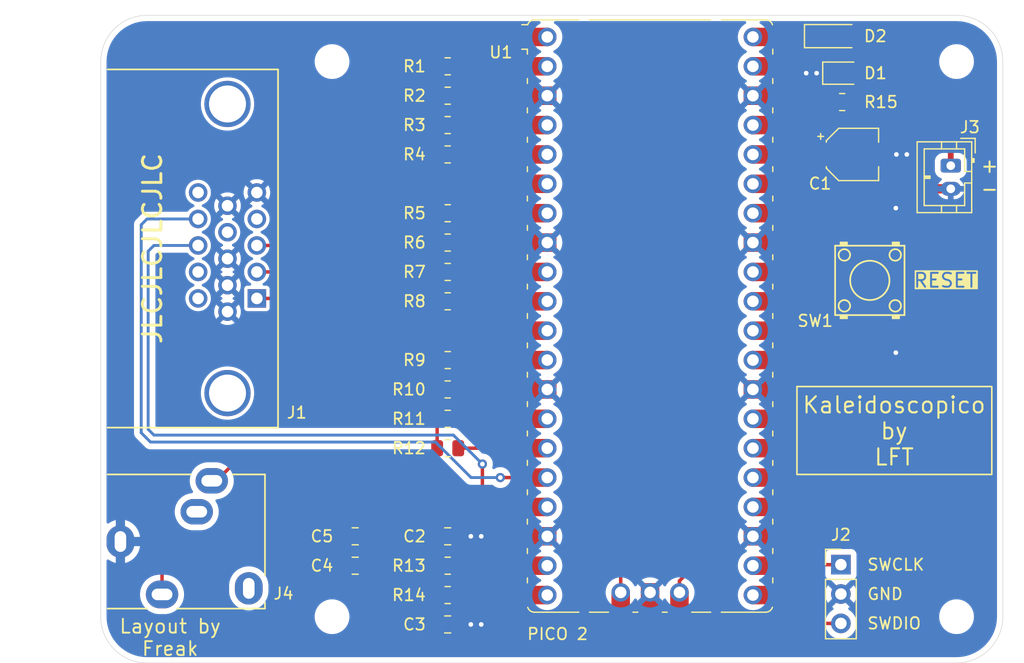
<source format=kicad_pcb>
(kicad_pcb (version 20241229) (generator "pcbnew") (generator_version "9.0")
  (title_block (title "Demoboard for LFT's Demo \"Kaleidoscopico\"") (date "2025-09-16") (rev "-"))
  (layers (0 "F.Cu" signal) (2 "B.Cu" signal) (13 "F.Paste" user) (15 "B.Paste" user) (5 "F.SilkS" user "F.Silkscreen") (7 "B.SilkS" user "B.Silkscreen") (1 "F.Mask" user) (3 "B.Mask" user) (25 "Edge.Cuts" user))
  (net 0 "")
  (net 1 "Net-(U1-GPIO0)")
  (net 2 "Net-(U1-GPIO1)")
  (net 3 "Net-(U1-GPIO2)")
  (net 4 "Net-(U1-GPIO3)")
  (net 5 "Net-(C2-Pad1)")
  (net 6 "Net-(U1-GPIO4)")
  (net 7 "Net-(U1-GPIO5)")
  (net 8 "Net-(U1-GPIO6)")
  (net 9 "Net-(U1-GPIO7)")
  (net 10 "Net-(U1-GPIO8)")
  (net 11 "Net-(U1-GPIO9)")
  (net 12 "Net-(U1-GPIO10)")
  (net 13 "Net-(U1-GPIO11)")
  (net 14 "GND")
  (net 15 "Net-(C3-Pad1)")
  (net 16 "Net-(C4-Pad2)")
  (net 17 "Net-(C5-Pad2)")
  (net 18 "Net-(D1-A)")
  (net 21 "Net-(U1-GPIO13)")
  (net 23 "Net-(J1-Pad2)")
  (net 24 "Net-(J1-Pad1)")
  (net 26 "Net-(U1-GPIO12)")
  (net 27 "Net-(J1-Pad3)")
  (net 29 "Net-(D2-A)")
  (net 30 "Net-(J2-Pin_1)")
  (net 31 "Net-(J2-Pin_3)")
  (net 32 "Net-(U1-GPIO14)")
  (net 33 "Net-(U1-GPIO15)")
  (net 34 "Net-(U1-3V3)")
  (net 43 "Net-(D2-K)")
  (net 47 "Net-(U1-RUN)")
  (footprint "Resistor_SMD:R_0805_2012Metric" (layer "F.Cu") (at 135 99.73 180)
    (property "Reference" "R8" (at 1.8 0 180) (layer "F.SilkS") (effects (justify right)))
    (property "Value" "500R")
    (pad "1" smd roundrect (at -0.9125 0 180) (size 1.025 1.4) (layers "F.Cu" "F.Mask" "F.Paste") (roundrect_rratio 0.243902) (net 9 "Net-(U1-GPIO7)"))
    (pad "2" smd roundrect (at 0.9125 0 180) (size 1.025 1.4) (layers "F.Cu" "F.Mask" "F.Paste") (roundrect_rratio 0.243902) (net 23 "Net-(J1-Pad2)"))
  )
  (footprint "Resistor_SMD:R_0805_2012Metric" (layer "F.Cu") (at 135 94.65 180)
    (property "Reference" "R6" (at 1.8 0 180) (layer "F.SilkS") (effects (justify right)))
    (property "Value" "2k")
    (pad "1" smd roundrect (at -0.9125 0 180) (size 1.025 1.4) (layers "F.Cu" "F.Mask" "F.Paste") (roundrect_rratio 0.243902) (net 7 "Net-(U1-GPIO5)"))
    (pad "2" smd roundrect (at 0.9125 0 180) (size 1.025 1.4) (layers "F.Cu" "F.Mask" "F.Paste") (roundrect_rratio 0.243902) (net 23 "Net-(J1-Pad2)"))
  )
  (footprint "Resistor_SMD:R_0805_2012Metric" (layer "F.Cu") (at 135 97.19 180)
    (property "Reference" "R7" (at 1.8 0 180) (layer "F.SilkS") (effects (justify right)))
    (property "Value" "1k")
    (pad "1" smd roundrect (at -0.9125 0 180) (size 1.025 1.4) (layers "F.Cu" "F.Mask" "F.Paste") (roundrect_rratio 0.243902) (net 8 "Net-(U1-GPIO6)"))
    (pad "2" smd roundrect (at 0.9125 0 180) (size 1.025 1.4) (layers "F.Cu" "F.Mask" "F.Paste") (roundrect_rratio 0.243902) (net 23 "Net-(J1-Pad2)"))
  )
  (footprint "TTB_MyLib:TTB_D_SOD-123" (layer "F.Cu") (at 168.3 76.8)
    (property "Reference" "D2" (at 2.6 0 0) (layer "F.SilkS") (effects (justify left)))
    (property "Value" "B5819W")
    (pad "1" smd rect (at -1.7 0) (size 1.1 1.3) (layers "F.Cu" "F.Mask" "F.Paste") (net 43 "Net-(D2-K)"))
    (pad "2" smd rect (at 1.7 0) (size 1.1 1.3) (layers "F.Cu" "F.Mask" "F.Paste") (net 29 "Net-(D2-A)"))
  )
  (footprint "TTB_MyLib:TTB_Audio" (layer "F.Cu") (at 112.1 120.5)
    (property "Reference" "J4" (at 7.75 4.5 0) (layer "F.SilkS") (effects (justify left)))
    (property "Value" "Audio Output")
    (pad "1" thru_hole oval (at -1.8 4.575) (size 2.8 2.4) (drill oval 1.8 1) (layers "*.Cu" "*.Mask") (net 17 "Net-(C5-Pad2)"))
    (pad "2" thru_hole oval (at 2.5 -5.25) (size 2.8 2.2) (drill oval 1.8 1) (layers "*.Cu" "*.Mask") (net 16 "Net-(C4-Pad2)"))
    (pad "3" thru_hole oval (at -5.4 0 90) (size 2.8 2.4) (drill oval 1.8 1) (layers "*.Cu" "*.Mask") (net 14 "GND") (thermal_bridge_width 0.8))
    (pad "4" thru_hole oval (at 5.7 4.05) (size 2.4 2.8) (drill oval 1 1.8) (layers "*.Cu" "*.Mask"))
    (pad "5" thru_hole oval (at 1.2 -2.575) (size 2.8 2.2) (drill oval 1.8 1) (layers "*.Cu" "*.Mask"))
  )
  (footprint "Resistor_SMD:R_0805_2012Metric" (layer "F.Cu") (at 135 109.89 180)
    (property "Reference" "R11" (at 1.8 0 180) (layer "F.SilkS") (effects (justify right)))
    (property "Value" "1k")
    (pad "1" smd roundrect (at -0.9125 0 180) (size 1.025 1.4) (layers "F.Cu" "F.Mask" "F.Paste") (roundrect_rratio 0.243902) (net 12 "Net-(U1-GPIO10)"))
    (pad "2" smd roundrect (at 0.9125 0 180) (size 1.025 1.4) (layers "F.Cu" "F.Mask" "F.Paste") (roundrect_rratio 0.243902) (net 24 "Net-(J1-Pad1)"))
  )
  (footprint "Capacitor_SMD:C_0805_2012Metric" (layer "F.Cu") (at 135 127.67)
    (property "Reference" "C3" (at -1.8 0 0) (layer "F.SilkS") (effects (justify right)))
    (property "Value" "10n")
    (pad "1" smd roundrect (at -0.95 0) (size 1 1.45) (layers "F.Cu" "F.Mask" "F.Paste") (net 15 "Net-(C3-Pad1)"))
    (pad "2" smd roundrect (at 0.95 0) (size 1 1.45) (layers "F.Cu" "F.Mask" "F.Paste") (net 14 "GND"))
  )
  (footprint "Resistor_SMD:R_0805_2012Metric" (layer "F.Cu") (at 135 81.95 180)
    (property "Reference" "R2" (at 1.8 0 180) (layer "F.SilkS") (effects (justify right)))
    (property "Value" "2k")
    (pad "1" smd roundrect (at -0.9125 0 180) (size 1.025 1.4) (layers "F.Cu" "F.Mask" "F.Paste") (roundrect_rratio 0.243902) (net 2 "Net-(U1-GPIO1)"))
    (pad "2" smd roundrect (at 0.9125 0 180) (size 1.025 1.4) (layers "F.Cu" "F.Mask" "F.Paste") (roundrect_rratio 0.243902) (net 27 "Net-(J1-Pad3)"))
  )
  (footprint "Capacitor_SMD:C_0805_2012Metric" (layer "F.Cu") (at 127 120.05 180)
    (property "Reference" "C5" (at 1.8 0 180) (layer "F.SilkS") (effects (justify right)))
    (property "Value" "100n")
    (pad "1" smd roundrect (at -0.95 0 180) (size 1 1.45) (layers "F.Cu" "F.Mask" "F.Paste") (net 5 "Net-(C2-Pad1)"))
    (pad "2" smd roundrect (at 0.95 0 180) (size 1 1.45) (layers "F.Cu" "F.Mask" "F.Paste") (net 17 "Net-(C5-Pad2)"))
  )
  (footprint "Capacitor_SMD:C_0805_2012Metric" (layer "F.Cu") (at 127 122.59 180)
    (property "Reference" "C4" (at 1.8 0 180) (layer "F.SilkS") (effects (justify right)))
    (property "Value" "100n")
    (pad "1" smd roundrect (at -0.95 0 180) (size 1 1.45) (layers "F.Cu" "F.Mask" "F.Paste") (net 15 "Net-(C3-Pad1)"))
    (pad "2" smd roundrect (at 0.95 0 180) (size 1 1.45) (layers "F.Cu" "F.Mask" "F.Paste") (net 16 "Net-(C4-Pad2)"))
  )
  (footprint "TTB_MyLib:TTB_PushbuttonSMD" (layer "F.Cu") (at 171.5 97.92 90)
    (property "Reference" "SW1" (at -3.5 -3.1 180) (layer "F.SilkS") (effects (justify right)))
    (property "Value" "Reset")
    (pad "1" smd rect (at -4.35 -2.25 90) (size 1.7 1.4) (layers "F.Cu" "F.Mask" "F.Paste") (net 47 "Net-(U1-RUN)"))
    (pad "1" smd rect (at 4.35 -2.25 90) (size 1.7 1.4) (layers "F.Cu" "F.Mask" "F.Paste") (net 47 "Net-(U1-RUN)"))
    (pad "2" smd rect (at -4.35 2.25 90) (size 1.7 1.4) (layers "F.Cu" "F.Mask" "F.Paste") (net 14 "GND"))
    (pad "2" smd rect (at 4.35 2.25 90) (size 1.7 1.4) (layers "F.Cu" "F.Mask" "F.Paste") (net 14 "GND"))
  )
  (footprint "Resistor_SMD:R_0805_2012Metric" (layer "F.Cu") (at 135 122.59 180)
    (property "Reference" "R13" (at 1.8 0 180) (layer "F.SilkS") (effects (justify right)))
    (property "Value" "1k")
    (pad "1" smd roundrect (at -0.9125 0 180) (size 1.025 1.4) (layers "F.Cu" "F.Mask" "F.Paste") (roundrect_rratio 0.243902) (net 32 "Net-(U1-GPIO14)"))
    (pad "2" smd roundrect (at 0.9125 0 180) (size 1.025 1.4) (layers "F.Cu" "F.Mask" "F.Paste") (roundrect_rratio 0.243902) (net 5 "Net-(C2-Pad1)"))
  )
  (footprint "MountingHole:MountingHole_2.5mm" (layer "F.Cu") (at 179 79)
    (property "Reference" "H2" (hide yes))
    (property "Value" "MountingHole" (hide yes))
    (pad "" np_thru_hole circle (at 0 0) (size 2.5 2.5) (drill 2.5) (layers "*.Cu" "*.Mask"))
  )
  (footprint "Resistor_SMD:R_0805_2012Metric" (layer "F.Cu") (at 169.1125 82.5)
    (property "Reference" "R15" (at 1.8 0 0) (layer "F.SilkS") (effects (justify left)))
    (property "Value" "2k")
    (pad "1" smd roundrect (at -0.9125 0) (size 1.025 1.4) (layers "F.Cu" "F.Mask" "F.Paste") (roundrect_rratio 0.243902) (net 34 "Net-(U1-3V3)"))
    (pad "2" smd roundrect (at 0.9125 0) (size 1.025 1.4) (layers "F.Cu" "F.Mask" "F.Paste") (roundrect_rratio 0.243902) (net 18 "Net-(D1-A)"))
  )
  (footprint "Resistor_SMD:R_0805_2012Metric" (layer "F.Cu") (at 135 84.49 180)
    (property "Reference" "R3" (at 1.8 0 180) (layer "F.SilkS") (effects (justify right)))
    (property "Value" "1k")
    (pad "1" smd roundrect (at -0.9125 0 180) (size 1.025 1.4) (layers "F.Cu" "F.Mask" "F.Paste") (roundrect_rratio 0.243902) (net 3 "Net-(U1-GPIO2)"))
    (pad "2" smd roundrect (at 0.9125 0 180) (size 1.025 1.4) (layers "F.Cu" "F.Mask" "F.Paste") (roundrect_rratio 0.243902) (net 27 "Net-(J1-Pad3)"))
  )
  (footprint "Resistor_SMD:R_0805_2012Metric" (layer "F.Cu") (at 135 92.11 180)
    (property "Reference" "R5" (at 1.8 0 180) (layer "F.SilkS") (effects (justify right)))
    (property "Value" "4k")
    (pad "1" smd roundrect (at -0.9125 0 180) (size 1.025 1.4) (layers "F.Cu" "F.Mask" "F.Paste") (roundrect_rratio 0.243902) (net 6 "Net-(U1-GPIO4)"))
    (pad "2" smd roundrect (at 0.9125 0 180) (size 1.025 1.4) (layers "F.Cu" "F.Mask" "F.Paste") (roundrect_rratio 0.243902) (net 23 "Net-(J1-Pad2)"))
  )
  (footprint "LED_SMD:LED_0805_2012Metric" (layer "F.Cu") (at 169.1125 80)
    (property "Reference" "D1" (at 1.8 0 0) (layer "F.SilkS") (effects (justify left)))
    (property "Value" "LED red")
    (pad "1" smd roundrect (at -0.9375 0) (size 0.975 1.4) (layers "F.Cu" "F.Mask" "F.Paste") (net 14 "GND"))
    (pad "2" smd roundrect (at 0.9375 0) (size 0.975 1.4) (layers "F.Cu" "F.Mask" "F.Paste") (net 18 "Net-(D1-A)"))
  )
  (footprint "Resistor_SMD:R_0805_2012Metric" (layer "F.Cu") (at 135 87.03 180)
    (property "Reference" "R4" (at 1.8 0 180) (layer "F.SilkS") (effects (justify right)))
    (property "Value" "500R")
    (pad "1" smd roundrect (at -0.9125 0 180) (size 1.025 1.4) (layers "F.Cu" "F.Mask" "F.Paste") (roundrect_rratio 0.243902) (net 4 "Net-(U1-GPIO3)"))
    (pad "2" smd roundrect (at 0.9125 0 180) (size 1.025 1.4) (layers "F.Cu" "F.Mask" "F.Paste") (roundrect_rratio 0.243902) (net 27 "Net-(J1-Pad3)"))
  )
  (footprint "Capacitor_SMD:C_0805_2012Metric" (layer "F.Cu") (at 135 120.05)
    (property "Reference" "C2" (at -1.8 0 0) (layer "F.SilkS") (effects (justify right)))
    (property "Value" "10n")
    (pad "1" smd roundrect (at -0.95 0) (size 1 1.45) (layers "F.Cu" "F.Mask" "F.Paste") (net 5 "Net-(C2-Pad1)"))
    (pad "2" smd roundrect (at 0.95 0) (size 1 1.45) (layers "F.Cu" "F.Mask" "F.Paste") (net 14 "GND"))
  )
  (footprint "Resistor_SMD:R_0805_2012Metric" (layer "F.Cu") (at 135 112.43 180)
    (property "Reference" "R12" (at 1.8 0 180) (layer "F.SilkS") (effects (justify right)))
    (property "Value" "500R")
    (pad "1" smd roundrect (at -0.9125 0 180) (size 1.025 1.4) (layers "F.Cu" "F.Mask" "F.Paste") (roundrect_rratio 0.243902) (net 13 "Net-(U1-GPIO11)"))
    (pad "2" smd roundrect (at 0.9125 0 180) (size 1.025 1.4) (layers "F.Cu" "F.Mask" "F.Paste") (roundrect_rratio 0.243902) (net 24 "Net-(J1-Pad1)"))
  )
  (footprint "MountingHole:MountingHole_2.5mm" (layer "F.Cu") (at 179 127)
    (property "Reference" "H4" (hide yes))
    (property "Value" "MountingHole" (hide yes))
    (pad "" np_thru_hole circle (at 0 0) (size 2.5 2.5) (drill 2.5) (layers "*.Cu" "*.Mask"))
  )
  (footprint "MountingHole:MountingHole_2.5mm" (layer "F.Cu") (at 125 79)
    (property "Reference" "H1" (hide yes))
    (property "Value" "MountingHole" (hide yes))
    (pad "" np_thru_hole circle (at 0 0) (size 2.5 2.5) (drill 2.5) (layers "*.Cu" "*.Mask"))
  )
  (footprint "MountingHole:MountingHole_2.5mm" (layer "F.Cu") (at 125 127)
    (property "Reference" "H3" (hide yes))
    (property "Value" "MountingHole" (hide yes))
    (pad "" np_thru_hole circle (at 0 0) (size 2.5 2.5) (drill 2.5) (layers "*.Cu" "*.Mask"))
  )
  (footprint "Connector_PinHeader_2.54mm:PinHeader_1x03_P2.54mm_Vertical" (layer "F.Cu") (at 169 122.5)
    (property "Reference" "J2" (at 0 -2 0) (layer "F.SilkS") (effects (justify bottom)))
    (property "Value" "Debug Connector")
    (pad "1" thru_hole rect (at 0 0) (size 1.7 1.7) (drill 1) (layers "*.Cu" "*.Mask") (net 30 "Net-(J2-Pin_1)"))
    (pad "2" thru_hole oval (at 0 2.54 45) (size 1.7 1.7) (drill 1) (layers "*.Cu" "*.Mask") (net 14 "GND"))
    (pad "3" thru_hole oval (at 0 5.08) (size 1.7 1.7) (drill 1) (layers "*.Cu" "*.Mask") (net 31 "Net-(J2-Pin_3)"))
  )
  (footprint "Connector_JST:JST_PH_B2B-PH-K_1x02_P2.00mm_Vertical" (layer "F.Cu") (at 178.5 88 -90)
    (property "Reference" "J3" (at -3.325 -1.65 0) (layer "F.SilkS"))
    (property "Value" "Power Connector")
    (pad "1" thru_hole roundrect (at 0 0 270) (size 1.2 1.75) (drill 0.75) (layers "*.Cu" "*.Mask") (roundrect_rratio 0.208333) (net 29 "Net-(D2-A)"))
    (pad "2" thru_hole oval (at 2 0 270) (size 1.2 1.75) (drill 0.75) (layers "*.Cu" "*.Mask") (net 14 "GND") (thermal_bridge_width 0.5) (thermal_gap 0.3))
  )
  (footprint "Resistor_SMD:R_0805_2012Metric" (layer "F.Cu") (at 135 104.81 180)
    (property "Reference" "R9" (at 1.8 0 180) (layer "F.SilkS") (effects (justify right)))
    (property "Value" "4k")
    (pad "1" smd roundrect (at -0.9125 0 180) (size 1.025 1.4) (layers "F.Cu" "F.Mask" "F.Paste") (roundrect_rratio 0.243902) (net 10 "Net-(U1-GPIO8)"))
    (pad "2" smd roundrect (at 0.9125 0 180) (size 1.025 1.4) (layers "F.Cu" "F.Mask" "F.Paste") (roundrect_rratio 0.243902) (net 24 "Net-(J1-Pad1)"))
  )
  (footprint "Capacitor_SMD:CP_Elec_4x5.4" (layer "F.Cu") (at 170 87.03)
    (property "Reference" "C1" (at -2.8 2.52 0) (layer "F.SilkS"))
    (property "Value" "10µ")
    (pad "1" smd roundrect (at -1.8 0) (size 2.6 1.6) (layers "F.Cu" "F.Mask" "F.Paste") (roundrect_rratio 0.15625) (net 34 "Net-(U1-3V3)"))
    (pad "2" smd roundrect (at 1.8 0) (size 2.6 1.6) (layers "F.Cu" "F.Mask" "F.Paste") (roundrect_rratio 0.15625) (net 14 "GND"))
  )
  (footprint "Connector_Dsub:DSUB-15-HD_Socket_Horizontal_P2.29x2.54mm_EdgePinOffset8.35mm_Housed_MountingHolesOffset10.89mm" (layer "F.Cu") (at 118.5 99.48 -90)
    (property "Reference" "J1" (at 9.87 -2.5 0) (layer "F.SilkS") (effects (justify left)))
    (property "Value" "Video Output (VGA)")
    (pad "0" thru_hole circle (at -16.815 2.54 270) (size 4 4) (drill 3.2) (layers "*.Cu" "*.Mask"))
    (pad "0" thru_hole circle (at 8.185 2.54 270) (size 4 4) (drill 3.2) (layers "*.Cu" "*.Mask"))
    (pad "1" thru_hole rect (at 0 0 270) (size 1.6 1.6) (drill 1) (layers "*.Cu" "*.Mask") (net 24 "Net-(J1-Pad1)"))
    (pad "2" thru_hole circle (at -2.29 0 270) (size 1.6 1.6) (drill 1) (layers "*.Cu" "*.Mask") (net 23 "Net-(J1-Pad2)"))
    (pad "3" thru_hole circle (at -4.58 0 270) (size 1.6 1.6) (drill 1) (layers "*.Cu" "*.Mask") (net 27 "Net-(J1-Pad3)"))
    (pad "4" thru_hole circle (at -6.87 0 270) (size 1.6 1.6) (drill 1) (layers "*.Cu" "*.Mask"))
    (pad "5" thru_hole circle (at -9.16 0 270) (size 1.6 1.6) (drill 1) (layers "*.Cu" "*.Mask") (net 14 "GND") (thermal_gap 0.35))
    (pad "6" thru_hole circle (at 1.145 2.54 270) (size 1.6 1.6) (drill 1) (layers "*.Cu" "*.Mask") (net 14 "GND") (thermal_gap 0.35))
    (pad "7" thru_hole circle (at -1.145 2.54 270) (size 1.6 1.6) (drill 1) (layers "*.Cu" "*.Mask") (net 14 "GND") (thermal_gap 0.35))
    (pad "8" thru_hole circle (at -3.435 2.54 270) (size 1.6 1.6) (drill 1) (layers "*.Cu" "*.Mask") (net 14 "GND") (thermal_gap 0.35))
    (pad "9" thru_hole circle (at -5.725 2.54 270) (size 1.6 1.6) (drill 1) (layers "*.Cu" "*.Mask"))
    (pad "10" thru_hole circle (at -8.015 2.54 270) (size 1.6 1.6) (drill 1) (layers "*.Cu" "*.Mask") (net 14 "GND") (thermal_gap 0.35))
    (pad "11" thru_hole circle (at 0 5.08 270) (size 1.6 1.6) (drill 1) (layers "*.Cu" "*.Mask"))
    (pad "12" thru_hole circle (at -2.29 5.08 270) (size 1.6 1.6) (drill 1) (layers "*.Cu" "*.Mask"))
    (pad "13" thru_hole circle (at -4.58 5.08 270) (size 1.6 1.6) (drill 1) (layers "*.Cu" "*.Mask") (net 21 "Net-(U1-GPIO13)"))
    (pad "14" thru_hole circle (at -6.87 5.08 270) (size 1.6 1.6) (drill 1) (layers "*.Cu" "*.Mask") (net 26 "Net-(U1-GPIO12)"))
    (pad "15" thru_hole circle (at -9.16 5.08 270) (size 1.6 1.6) (drill 1) (layers "*.Cu" "*.Mask"))
  )
  (footprint "Resistor_SMD:R_0805_2012Metric" (layer "F.Cu") (at 135 125.13 180)
    (property "Reference" "R14" (at 1.8 0 180) (layer "F.SilkS") (effects (justify right)))
    (property "Value" "1k")
    (pad "1" smd roundrect (at -0.9125 0 180) (size 1.025 1.4) (layers "F.Cu" "F.Mask" "F.Paste") (roundrect_rratio 0.243902) (net 33 "Net-(U1-GPIO15)"))
    (pad "2" smd roundrect (at 0.9125 0 180) (size 1.025 1.4) (layers "F.Cu" "F.Mask" "F.Paste") (roundrect_rratio 0.243902) (net 15 "Net-(C3-Pad1)"))
  )
  (footprint "Module:RaspberryPi_Pico_SMD" (layer "F.Cu") (at 152.5 101)
    (property "Reference" "U1" (at -11.8 -22.8 0) (layer "F.SilkS") (effects (justify right)))
    (property "Value" "Raspberry Pi Pico 2")
    (pad "" smd rect (at -8.89 -24.13) (size 3.8 2.2) (drill (offset -0.8 0)) (layers "Eco2.User"))
    (pad "" smd rect (at -8.89 -21.59) (size 3.8 2.2) (drill (offset -0.8 0)) (layers "Eco2.User"))
    (pad "" smd rect (at -8.89 -19.05) (size 3.8 2.2) (drill (offset -0.8 0)) (layers "Eco2.User"))
    (pad "" smd rect (at -8.89 -16.51) (size 3.8 2.2) (drill (offset -0.8 0)) (layers "Eco2.User"))
    (pad "" smd rect (at -8.89 -13.97) (size 3.8 2.2) (drill (offset -0.8 0)) (layers "Eco2.User"))
    (pad "" smd rect (at -8.89 -11.43) (size 3.8 2.2) (drill (offset -0.8 0)) (layers "Eco2.User"))
    (pad "" smd rect (at -8.89 -8.89) (size 3.8 2.2) (drill (offset -0.8 0)) (layers "Eco2.User"))
    (pad "" smd rect (at -8.89 -6.35) (size 3.8 2.2) (drill (offset -0.8 0)) (layers "Eco2.User"))
    (pad "" smd rect (at -8.89 -3.81) (size 3.8 2.2) (drill (offset -0.8 0)) (layers "Eco2.User"))
    (pad "" smd rect (at -8.89 -1.27) (size 3.8 2.2) (drill (offset -0.8 0)) (layers "Eco2.User"))
    (pad "" smd rect (at -8.89 1.27) (size 3.8 2.2) (drill (offset -0.8 0)) (layers "Eco2.User"))
    (pad "" smd rect (at -8.89 3.81) (size 3.8 2.2) (drill (offset -0.8 0)) (layers "Eco2.User"))
    (pad "" smd rect (at -8.89 6.35) (size 3.8 2.2) (drill (offset -0.8 0)) (layers "Eco2.User"))
    (pad "" smd rect (at -8.89 8.89) (size 3.8 2.2) (drill (offset -0.8 0)) (layers "Eco2.User"))
    (pad "" smd rect (at -8.89 11.43) (size 3.8 2.2) (drill (offset -0.8 0)) (layers "Eco2.User"))
    (pad "" smd rect (at -8.89 13.97) (size 3.8 2.2) (drill (offset -0.8 0)) (layers "Eco2.User"))
    (pad "" smd rect (at -8.89 16.51) (size 3.8 2.2) (drill (offset -0.8 0)) (layers "Eco2.User"))
    (pad "" smd rect (at -8.89 19.05) (size 3.8 2.2) (drill (offset -0.8 0)) (layers "Eco2.User"))
    (pad "" smd rect (at -8.89 21.59) (size 3.8 2.2) (drill (offset -0.8 0)) (layers "Eco2.User"))
    (pad "" smd rect (at -8.89 24.13) (size 3.8 2.2) (drill (offset -0.8 0)) (layers "Eco2.User"))
    (pad "" smd oval (at -2.725 -24) (size 1.1 1.8) (layers "F.Cu" "F.Mask" "Eco2.User"))
    (pad "" smd rect (at -2.54 23.9) (size 2.2 3.8) (drill (offset 0 0.8)) (layers "Eco2.User"))
    (pad "" smd oval (at -2.425 -20.97) (size 1.05 1.45) (layers "F.Cu" "F.Mask" "Eco2.User"))
    (pad "" smd rect (at 0 23.9) (size 2.2 3.8) (drill (offset 0 0.8)) (layers "Eco2.User"))
    (pad "" smd oval (at 2.425 -20.97) (size 1.05 1.45) (layers "F.Cu" "F.Mask" "Eco2.User"))
    (pad "" smd rect (at 2.54 23.9) (size 2.2 3.8) (drill (offset 0 0.8)) (layers "Eco2.User"))
    (pad "" smd oval (at 2.725 -24) (size 1.1 1.8) (layers "F.Cu" "F.Mask" "Eco2.User"))
    (pad "" smd rect (at 8.89 -24.13) (size 3.8 2.2) (drill (offset 0.8 0)) (layers "Eco2.User"))
    (pad "" smd rect (at 8.89 -21.59) (size 3.8 2.2) (drill (offset 0.8 0)) (layers "Eco2.User"))
    (pad "" smd rect (at 8.89 -19.05) (size 3.8 2.2) (drill (offset 0.8 0)) (layers "Eco2.User"))
    (pad "" smd rect (at 8.89 -16.51) (size 3.8 2.2) (drill (offset 0.8 0)) (layers "Eco2.User"))
    (pad "" smd rect (at 8.89 -13.97) (size 3.8 2.2) (drill (offset 0.8 0)) (layers "Eco2.User"))
    (pad "" smd rect (at 8.89 -11.43) (size 3.8 2.2) (drill (offset 0.8 0)) (layers "Eco2.User"))
    (pad "" smd rect (at 8.89 -8.89) (size 3.8 2.2) (drill (offset 0.8 0)) (layers "Eco2.User"))
    (pad "" smd rect (at 8.89 -6.35) (size 3.8 2.2) (drill (offset 0.8 0)) (layers "Eco2.User"))
    (pad "" smd rect (at 8.89 -3.81) (size 3.8 2.2) (drill (offset 0.8 0)) (layers "Eco2.User"))
    (pad "" smd rect (at 8.89 -1.27) (size 3.8 2.2) (drill (offset 0.8 0)) (layers "Eco2.User"))
    (pad "" smd rect (at 8.89 1.27) (size 3.8 2.2) (drill (offset 0.8 0)) (layers "Eco2.User"))
    (pad "" smd rect (at 8.89 3.81) (size 3.8 2.2) (drill (offset 0.8 0)) (layers "Eco2.User"))
    (pad "" smd rect (at 8.89 6.35) (size 3.8 2.2) (drill (offset 0.8 0)) (layers "Eco2.User"))
    (pad "" smd rect (at 8.89 8.89) (size 3.8 2.2) (drill (offset 0.8 0)) (layers "Eco2.User"))
    (pad "" smd rect (at 8.89 11.43) (size 3.8 2.2) (drill (offset 0.8 0)) (layers "Eco2.User"))
    (pad "" smd rect (at 8.89 13.97) (size 3.8 2.2) (drill (offset 0.8 0)) (layers "Eco2.User"))
    (pad "" smd rect (at 8.89 16.51) (size 3.8 2.2) (drill (offset 0.8 0)) (layers "Eco2.User"))
    (pad "" smd rect (at 8.89 19.05) (size 3.8 2.2) (drill (offset 0.8 0)) (layers "Eco2.User"))
    (pad "" smd rect (at 8.89 21.59) (size 3.8 2.2) (drill (offset 0.8 0)) (layers "Eco2.User"))
    (pad "" smd rect (at 8.89 24.13) (size 3.8 2.2) (drill (offset 0.8 0)) (layers "Eco2.User"))
    (pad "1" smd custom (at -9.69 -24.13) (size 1.6 0.8) (layers "F.Cu" "F.Mask") (net 1 "Net-(U1-GPIO0)") (options (clearance outline) (anchor rect)) (primitives (gr_circle (center 0.8 0) (end 1.6 0) (width 0) (fill yes)) (gr_poly (pts (xy -1.6 -0.6) (xy -1.6 0.6) (xy -1.4 0.8) (xy 0.8 0.8) (xy 0.8 -0.8) (xy -1.4 -0.8)) (width 0) (fill yes)) (gr_circle (center -1.4 -0.6) (end -1.2 -0.6) (width 0) (fill yes)) (gr_circle (center -1.4 0.6) (end -1.2 0.6) (width 0) (fill yes))))
    (pad "1" thru_hole circle (at -8.89 -24.13) (size 1.6 1.6) (drill 1) (layers "*.Cu" "*.Mask") (net 1 "Net-(U1-GPIO0)"))
    (pad "2" smd roundrect (at -9.69 -21.59) (size 3.2 1.6) (layers "F.Cu" "F.Mask") (roundrect_rratio 0.5) (net 2 "Net-(U1-GPIO1)"))
    (pad "2" thru_hole circle (at -8.89 -21.59) (size 1.6 1.6) (drill 1) (layers "*.Cu" "*.Mask") (net 2 "Net-(U1-GPIO1)"))
    (pad "3" smd custom (at -9.69 -19.05) (size 1.6 0.8) (layers "F.Cu" "F.Mask") (net 14 "GND") (options (clearance outline) (anchor rect)) (primitives (gr_circle (center -0.8 0) (end 0 0) (width 0) (fill yes)) (gr_poly (pts (xy 1.6 -0.6) (xy 1.6 0.6) (xy 1.4 0.8) (xy -0.8 0.8) (xy -0.8 -0.8) (xy 1.4 -0.8)) (width 0) (fill yes)) (gr_circle (center 1.4 -0.6) (end 1.6 -0.6) (width 0) (fill yes)) (gr_circle (center 1.4 0.6) (end 1.6 0.6) (width 0) (fill yes))))
    (pad "3" thru_hole circle (at -8.89 -19.05) (size 1.6 1.6) (drill 1) (layers "*.Cu" "*.Mask") (net 14 "GND"))
    (pad "4" smd roundrect (at -9.69 -16.51) (size 3.2 1.6) (layers "F.Cu" "F.Mask") (roundrect_rratio 0.5) (net 3 "Net-(U1-GPIO2)"))
    (pad "4" thru_hole circle (at -8.89 -16.51) (size 1.6 1.6) (drill 1) (layers "*.Cu" "*.Mask") (net 3 "Net-(U1-GPIO2)"))
    (pad "5" smd roundrect (at -9.69 -13.97) (size 3.2 1.6) (layers "F.Cu" "F.Mask") (roundrect_rratio 0.5) (net 4 "Net-(U1-GPIO3)"))
    (pad "5" thru_hole circle (at -8.89 -13.97) (size 1.6 1.6) (drill 1) (layers "*.Cu" "*.Mask") (net 4 "Net-(U1-GPIO3)"))
    (pad "6" smd roundrect (at -9.69 -11.43) (size 3.2 1.6) (layers "F.Cu" "F.Mask") (roundrect_rratio 0.5) (net 6 "Net-(U1-GPIO4)"))
    (pad "6" thru_hole circle (at -8.89 -11.43) (size 1.6 1.6) (drill 1) (layers "*.Cu" "*.Mask") (net 6 "Net-(U1-GPIO4)"))
    (pad "7" smd roundrect (at -9.69 -8.89) (size 3.2 1.6) (layers "F.Cu" "F.Mask") (roundrect_rratio 0.5) (net 7 "Net-(U1-GPIO5)"))
    (pad "7" thru_hole circle (at -8.89 -8.89) (size 1.6 1.6) (drill 1) (layers "*.Cu" "*.Mask") (net 7 "Net-(U1-GPIO5)"))
    (pad "8" smd custom (at -9.69 -6.35) (size 1.6 0.8) (layers "F.Cu" "F.Mask") (net 14 "GND") (options (clearance outline) (anchor rect)) (primitives (gr_circle (center -0.8 0) (end 0 0) (width 0) (fill yes)) (gr_poly (pts (xy 1.6 -0.6) (xy 1.6 0.6) (xy 1.4 0.8) (xy -0.8 0.8) (xy -0.8 -0.8) (xy 1.4 -0.8)) (width 0) (fill yes)) (gr_circle (center 1.4 -0.6) (end 1.6 -0.6) (width 0) (fill yes)) (gr_circle (center 1.4 0.6) (end 1.6 0.6) (width 0) (fill yes))))
    (pad "8" thru_hole circle (at -8.89 -6.35) (size 1.6 1.6) (drill 1) (layers "*.Cu" "*.Mask") (net 14 "GND"))
    (pad "9" smd roundrect (at -9.69 -3.81) (size 3.2 1.6) (layers "F.Cu" "F.Mask") (roundrect_rratio 0.5) (net 8 "Net-(U1-GPIO6)"))
    (pad "9" thru_hole circle (at -8.89 -3.81) (size 1.6 1.6) (drill 1) (layers "*.Cu" "*.Mask") (net 8 "Net-(U1-GPIO6)"))
    (pad "10" smd roundrect (at -9.69 -1.27) (size 3.2 1.6) (layers "F.Cu" "F.Mask") (roundrect_rratio 0.5) (net 9 "Net-(U1-GPIO7)"))
    (pad "10" thru_hole circle (at -8.89 -1.27) (size 1.6 1.6) (drill 1) (layers "*.Cu" "*.Mask") (net 9 "Net-(U1-GPIO7)"))
    (pad "11" smd roundrect (at -9.69 1.27) (size 3.2 1.6) (layers "F.Cu" "F.Mask") (roundrect_rratio 0.5) (net 10 "Net-(U1-GPIO8)"))
    (pad "11" thru_hole circle (at -8.89 1.27) (size 1.6 1.6) (drill 1) (layers "*.Cu" "*.Mask") (net 10 "Net-(U1-GPIO8)"))
    (pad "12" smd roundrect (at -9.69 3.81) (size 3.2 1.6) (layers "F.Cu" "F.Mask") (roundrect_rratio 0.5) (net 11 "Net-(U1-GPIO9)"))
    (pad "12" thru_hole circle (at -8.89 3.81) (size 1.6 1.6) (drill 1) (layers "*.Cu" "*.Mask") (net 11 "Net-(U1-GPIO9)"))
    (pad "13" smd custom (at -9.69 6.35) (size 1.6 0.8) (layers "F.Cu" "F.Mask") (net 14 "GND") (options (clearance outline) (anchor rect)) (primitives (gr_circle (center -0.8 0) (end 0 0) (width 0) (fill yes)) (gr_poly (pts (xy 1.6 -0.6) (xy 1.6 0.6) (xy 1.4 0.8) (xy -0.8 0.8) (xy -0.8 -0.8) (xy 1.4 -0.8)) (width 0) (fill yes)) (gr_circle (center 1.4 -0.6) (end 1.6 -0.6) (width 0) (fill yes)) (gr_circle (center 1.4 0.6) (end 1.6 0.6) (width 0) (fill yes))))
    (pad "13" thru_hole circle (at -8.89 6.35) (size 1.6 1.6) (drill 1) (layers "*.Cu" "*.Mask") (net 14 "GND"))
    (pad "14" smd roundrect (at -9.69 8.89) (size 3.2 1.6) (layers "F.Cu" "F.Mask") (roundrect_rratio 0.5) (net 12 "Net-(U1-GPIO10)"))
    (pad "14" thru_hole circle (at -8.89 8.89) (size 1.6 1.6) (drill 1) (layers "*.Cu" "*.Mask") (net 12 "Net-(U1-GPIO10)"))
    (pad "15" smd roundrect (at -9.69 11.43) (size 3.2 1.6) (layers "F.Cu" "F.Mask") (roundrect_rratio 0.5) (net 13 "Net-(U1-GPIO11)"))
    (pad "15" thru_hole circle (at -8.89 11.43) (size 1.6 1.6) (drill 1) (layers "*.Cu" "*.Mask") (net 13 "Net-(U1-GPIO11)"))
    (pad "16" smd roundrect (at -9.69 13.97) (size 3.2 1.6) (layers "F.Cu" "F.Mask") (roundrect_rratio 0.5) (net 26 "Net-(U1-GPIO12)"))
    (pad "16" thru_hole circle (at -8.89 13.97) (size 1.6 1.6) (drill 1) (layers "*.Cu" "*.Mask") (net 26 "Net-(U1-GPIO12)"))
    (pad "17" smd roundrect (at -9.69 16.51) (size 3.2 1.6) (layers "F.Cu" "F.Mask") (roundrect_rratio 0.5) (net 21 "Net-(U1-GPIO13)"))
    (pad "17" thru_hole circle (at -8.89 16.51) (size 1.6 1.6) (drill 1) (layers "*.Cu" "*.Mask") (net 21 "Net-(U1-GPIO13)"))
    (pad "18" smd custom (at -9.69 19.05) (size 1.6 0.8) (layers "F.Cu" "F.Mask") (net 14 "GND") (options (clearance outline) (anchor rect)) (primitives (gr_circle (center -0.8 0) (end 0 0) (width 0) (fill yes)) (gr_poly (pts (xy 1.6 -0.6) (xy 1.6 0.6) (xy 1.4 0.8) (xy -0.8 0.8) (xy -0.8 -0.8) (xy 1.4 -0.8)) (width 0) (fill yes)) (gr_circle (center 1.4 -0.6) (end 1.6 -0.6) (width 0) (fill yes)) (gr_circle (center 1.4 0.6) (end 1.6 0.6) (width 0) (fill yes))))
    (pad "18" thru_hole circle (at -8.89 19.05) (size 1.6 1.6) (drill 1) (layers "*.Cu" "*.Mask") (net 14 "GND"))
    (pad "19" smd roundrect (at -9.69 21.59) (size 3.2 1.6) (layers "F.Cu" "F.Mask") (roundrect_rratio 0.5) (net 32 "Net-(U1-GPIO14)"))
    (pad "19" thru_hole circle (at -8.89 21.59) (size 1.6 1.6) (drill 1) (layers "*.Cu" "*.Mask") (net 32 "Net-(U1-GPIO14)"))
    (pad "20" smd roundrect (at -9.69 24.13) (size 3.2 1.6) (layers "F.Cu" "F.Mask") (roundrect_rratio 0.5) (net 33 "Net-(U1-GPIO15)"))
    (pad "20" thru_hole circle (at -8.89 24.13) (size 1.6 1.6) (drill 1) (layers "*.Cu" "*.Mask") (net 33 "Net-(U1-GPIO15)"))
    (pad "21" thru_hole circle (at 8.89 24.13) (size 1.6 1.6) (drill 1) (layers "*.Cu" "*.Mask"))
    (pad "21" smd roundrect (at 9.69 24.13) (size 3.2 1.6) (layers "F.Cu" "F.Mask") (roundrect_rratio 0.5))
    (pad "22" thru_hole circle (at 8.89 21.59) (size 1.6 1.6) (drill 1) (layers "*.Cu" "*.Mask"))
    (pad "22" smd roundrect (at 9.69 21.59) (size 3.2 1.6) (layers "F.Cu" "F.Mask") (roundrect_rratio 0.5))
    (pad "23" thru_hole circle (at 8.89 19.05) (size 1.6 1.6) (drill 1) (layers "*.Cu" "*.Mask") (net 14 "GND"))
    (pad "23" smd custom (at 9.69 19.05) (size 1.6 0.8) (layers "F.Cu" "F.Mask") (net 14 "GND") (options (clearance outline) (anchor rect)) (primitives (gr_circle (center 0.8 0) (end 1.6 0) (width 0) (fill yes)) (gr_poly (pts (xy -1.6 -0.6) (xy -1.6 0.6) (xy -1.4 0.8) (xy 0.8 0.8) (xy 0.8 -0.8) (xy -1.4 -0.8)) (width 0) (fill yes)) (gr_circle (center -1.4 -0.6) (end -1.2 -0.6) (width 0) (fill yes)) (gr_circle (center -1.4 0.6) (end -1.2 0.6) (width 0) (fill yes))))
    (pad "24" thru_hole circle (at 8.89 16.51) (size 1.6 1.6) (drill 1) (layers "*.Cu" "*.Mask"))
    (pad "24" smd roundrect (at 9.69 16.51) (size 3.2 1.6) (layers "F.Cu" "F.Mask") (roundrect_rratio 0.5))
    (pad "25" thru_hole circle (at 8.89 13.97) (size 1.6 1.6) (drill 1) (layers "*.Cu" "*.Mask"))
    (pad "25" smd roundrect (at 9.69 13.97) (size 3.2 1.6) (layers "F.Cu" "F.Mask") (roundrect_rratio 0.5))
    (pad "26" thru_hole circle (at 8.89 11.43) (size 1.6 1.6) (drill 1) (layers "*.Cu" "*.Mask"))
    (pad "26" smd roundrect (at 9.69 11.43) (size 3.2 1.6) (layers "F.Cu" "F.Mask") (roundrect_rratio 0.5))
    (pad "27" thru_hole circle (at 8.89 8.89) (size 1.6 1.6) (drill 1) (layers "*.Cu" "*.Mask"))
    (pad "27" smd roundrect (at 9.69 8.89) (size 3.2 1.6) (layers "F.Cu" "F.Mask") (roundrect_rratio 0.5))
    (pad "28" thru_hole circle (at 8.89 6.35) (size 1.6 1.6) (drill 1) (layers "*.Cu" "*.Mask") (net 14 "GND"))
    (pad "28" smd custom (at 9.69 6.35) (size 1.6 0.8) (layers "F.Cu" "F.Mask") (net 14 "GND") (options (clearance outline) (anchor rect)) (primitives (gr_circle (center 0.8 0) (end 1.6 0) (width 0) (fill yes)) (gr_poly (pts (xy -1.6 -0.6) (xy -1.6 0.6) (xy -1.4 0.8) (xy 0.8 0.8) (xy 0.8 -0.8) (xy -1.4 -0.8)) (width 0) (fill yes)) (gr_circle (center -1.4 -0.6) (end -1.2 -0.6) (width 0) (fill yes)) (gr_circle (center -1.4 0.6) (end -1.2 0.6) (width 0) (fill yes))))
    (pad "29" thru_hole circle (at 8.89 3.81) (size 1.6 1.6) (drill 1) (layers "*.Cu" "*.Mask"))
    (pad "29" smd roundrect (at 9.69 3.81) (size 3.2 1.6) (layers "F.Cu" "F.Mask") (roundrect_rratio 0.5))
    (pad "30" thru_hole circle (at 8.89 1.27) (size 1.6 1.6) (drill 1) (layers "*.Cu" "*.Mask") (net 47 "Net-(U1-RUN)"))
    (pad "30" smd roundrect (at 9.69 1.27) (size 3.2 1.6) (layers "F.Cu" "F.Mask") (roundrect_rratio 0.5) (net 47 "Net-(U1-RUN)"))
    (pad "31" thru_hole circle (at 8.89 -1.27) (size 1.6 1.6) (drill 1) (layers "*.Cu" "*.Mask"))
    (pad "31" smd roundrect (at 9.69 -1.27) (size 3.2 1.6) (layers "F.Cu" "F.Mask") (roundrect_rratio 0.5))
    (pad "32" thru_hole circle (at 8.89 -3.81) (size 1.6 1.6) (drill 1) (layers "*.Cu" "*.Mask"))
    (pad "32" smd roundrect (at 9.69 -3.81) (size 3.2 1.6) (layers "F.Cu" "F.Mask") (roundrect_rratio 0.5))
    (pad "33" thru_hole circle (at 8.89 -6.35) (size 1.6 1.6) (drill 1) (layers "*.Cu" "*.Mask") (net 14 "GND"))
    (pad "33" smd custom (at 9.69 -6.35) (size 1.6 0.8) (layers "F.Cu" "F.Mask") (net 14 "GND") (options (clearance outline) (anchor rect)) (primitives (gr_circle (center 0.8 0) (end 1.6 0) (width 0) (fill yes)) (gr_poly (pts (xy -1.6 -0.6) (xy -1.6 0.6) (xy -1.4 0.8) (xy 0.8 0.8) (xy 0.8 -0.8) (xy -1.4 -0.8)) (width 0) (fill yes)) (gr_circle (center -1.4 -0.6) (end -1.2 -0.6) (width 0) (fill yes)) (gr_circle (center -1.4 0.6) (end -1.2 0.6) (width 0) (fill yes))))
    (pad "34" thru_hole circle (at 8.89 -8.89) (size 1.6 1.6) (drill 1) (layers "*.Cu" "*.Mask"))
    (pad "34" smd roundrect (at 9.69 -8.89) (size 3.2 1.6) (layers "F.Cu" "F.Mask") (roundrect_rratio 0.5))
    (pad "35" thru_hole circle (at 8.89 -11.43) (size 1.6 1.6) (drill 1) (layers "*.Cu" "*.Mask"))
    (pad "35" smd roundrect (at 9.69 -11.43) (size 3.2 1.6) (layers "F.Cu" "F.Mask") (roundrect_rratio 0.5))
    (pad "36" thru_hole circle (at 8.89 -13.97) (size 1.6 1.6) (drill 1) (layers "*.Cu" "*.Mask") (net 34 "Net-(U1-3V3)"))
    (pad "36" smd roundrect (at 9.69 -13.97) (size 3.2 1.6) (layers "F.Cu" "F.Mask") (roundrect_rratio 0.5) (net 34 "Net-(U1-3V3)"))
    (pad "37" thru_hole circle (at 8.89 -16.51) (size 1.6 1.6) (drill 1) (layers "*.Cu" "*.Mask"))
    (pad "37" smd roundrect (at 9.69 -16.51) (size 3.2 1.6) (layers "F.Cu" "F.Mask") (roundrect_rratio 0.5))
    (pad "38" thru_hole circle (at 8.89 -19.05) (size 1.6 1.6) (drill 1) (layers "*.Cu" "*.Mask") (net 14 "GND"))
    (pad "38" smd custom (at 9.69 -19.05) (size 1.6 0.8) (layers "F.Cu" "F.Mask") (net 14 "GND") (options (clearance outline) (anchor rect)) (primitives (gr_circle (center 0.8 0) (end 1.6 0) (width 0) (fill yes)) (gr_poly (pts (xy -1.6 -0.6) (xy -1.6 0.6) (xy -1.4 0.8) (xy 0.8 0.8) (xy 0.8 -0.8) (xy -1.4 -0.8)) (width 0) (fill yes)) (gr_circle (center -1.4 -0.6) (end -1.2 -0.6) (width 0) (fill yes)) (gr_circle (center -1.4 0.6) (end -1.2 0.6) (width 0) (fill yes))))
    (pad "39" thru_hole circle (at 8.89 -21.59) (size 1.6 1.6) (drill 1) (layers "*.Cu" "*.Mask") (net 43 "Net-(D2-K)"))
    (pad "39" smd roundrect (at 9.69 -21.59) (size 3.2 1.6) (layers "F.Cu" "F.Mask") (roundrect_rratio 0.5) (net 43 "Net-(D2-K)"))
    (pad "40" thru_hole circle (at 8.89 -24.13) (size 1.6 1.6) (drill 1) (layers "*.Cu" "*.Mask"))
    (pad "40" smd roundrect (at 9.69 -24.13) (size 3.2 1.6) (layers "F.Cu" "F.Mask") (roundrect_rratio 0.5))
    (pad "D1" thru_hole circle (at -2.54 23.9) (size 1.6 1.6) (drill 1) (layers "*.Cu" "*.Mask") (net 30 "Net-(J2-Pin_1)"))
    (pad "D1" smd roundrect (at -2.54 23.9 90) (size 3.2 1.6) (drill (offset -0.8 0)) (layers "F.Cu" "F.Mask") (roundrect_rratio 0.5) (net 30 "Net-(J2-Pin_1)"))
    (pad "D2" thru_hole circle (at 0 23.9) (size 1.6 1.6) (drill 1) (layers "*.Cu" "*.Mask") (net 14 "GND"))
    (pad "D2" smd custom (at 0 23.9 270) (size 1.6 1.6) (layers "F.Cu" "F.Mask") (net 14 "GND") (options (clearance outline) (anchor circle)) (primitives (gr_poly (pts (xy -0.8 -0.6) (xy -0.8 0.6) (xy -0.6 0.8) (xy 1.6 0.8) (xy 1.6 -0.8) (xy -0.6 -0.8)) (width 0) (fill yes)) (gr_circle (center -0.6 0.6) (end -0.4 0.6) (width 0) (fill yes)) (gr_circle (center -0.6 -0.6) (end -0.4 -0.6) (width 0) (fill yes)) (gr_circle (center 1.6 0) (end 2.4 0) (width 0) (fill yes))))
    (pad "D3" thru_hole circle (at 2.54 23.9) (size 1.6 1.6) (drill 1) (layers "*.Cu" "*.Mask") (net 31 "Net-(J2-Pin_3)"))
    (pad "D3" smd roundrect (at 2.54 23.9 90) (size 3.2 1.6) (drill (offset -0.8 0)) (layers "F.Cu" "F.Mask") (roundrect_rratio 0.5) (net 31 "Net-(J2-Pin_3)"))
  )
  (footprint "Resistor_SMD:R_0805_2012Metric" (layer "F.Cu") (at 135 79.41 180)
    (property "Reference" "R1" (at 1.8 0 180) (layer "F.SilkS") (effects (justify right)))
    (property "Value" "4k")
    (pad "1" smd roundrect (at -0.9125 0 180) (size 1.025 1.4) (layers "F.Cu" "F.Mask" "F.Paste") (roundrect_rratio 0.243902) (net 1 "Net-(U1-GPIO0)"))
    (pad "2" smd roundrect (at 0.9125 0 180) (size 1.025 1.4) (layers "F.Cu" "F.Mask" "F.Paste") (roundrect_rratio 0.243902) (net 27 "Net-(J1-Pad3)"))
  )
  (footprint "Resistor_SMD:R_0805_2012Metric" (layer "F.Cu") (at 135 107.35 180)
    (property "Reference" "R10" (at 1.8 0 180) (layer "F.SilkS") (effects (justify right)))
    (property "Value" "2k")
    (pad "1" smd roundrect (at -0.9125 0 180) (size 1.025 1.4) (layers "F.Cu" "F.Mask" "F.Paste") (roundrect_rratio 0.243902) (net 11 "Net-(U1-GPIO9)"))
    (pad "2" smd roundrect (at 0.9125 0 180) (size 1.025 1.4) (layers "F.Cu" "F.Mask" "F.Paste") (roundrect_rratio 0.243902) (net 24 "Net-(J1-Pad1)"))
  )
  (gr_rect (start 165.2 107.1) (end 182.05 114.7) (stroke (width 0.14)) (fill no) (layer "F.SilkS"))
  (gr_line (start 183 79) (end 183 127) (stroke (width 0.05)) (layer "Edge.Cuts"))
  (gr_arc (start 179 75) (mid 181.828427 76.171573) (end 183 79) (stroke (width 0.05)) (layer "Edge.Cuts"))
  (gr_line (start 179 131) (end 109 131) (stroke (width 0.05)) (layer "Edge.Cuts"))
  (gr_line (start 105 127) (end 105 79) (stroke (width 0.05)) (layer "Edge.Cuts"))
  (gr_arc (start 183 127) (mid 181.828427 129.828427) (end 179 131) (stroke (width 0.05)) (layer "Edge.Cuts"))
  (gr_line (start 109 75) (end 179 75) (stroke (width 0.05)) (layer "Edge.Cuts"))
  (gr_arc (start 105 79) (mid 106.171573 76.171573) (end 109 75) (stroke (width 0.05)) (layer "Edge.Cuts"))
  (gr_arc (start 109 131) (mid 106.171573 129.828427) (end 105 127) (stroke (width 0.05)) (layer "Edge.Cuts"))
  (gr_text "PICO 2" (at 144.5 128.5 0) (layer "F.SilkS") (effects (font (size 1 1))))
  (gr_text "GND" (at 171.2 125.04 0) (layer "F.SilkS") (effects (font (size 1 1)) (justify left)))
  (gr_text "SWCLK" (at 171.2 122.5 0) (layer "F.SilkS") (effects (font (size 1 1)) (justify left)))
  (gr_text "Kaleidoscopico\nby\nLFT" (at 173.6 110.95 0) (layer "F.SilkS") (effects (font (size 1.4 1.4) (thickness 0.18))))
  (gr_text "SWDIO" (at 171.2 127.58 0) (layer "F.SilkS") (effects (font (size 1 1)) (justify left)))
  (gr_text "Layout by\nFreak" (at 111 128.8 0) (layer "F.SilkS") (effects (font (size 1.2 1.2) (thickness 0.16))))
  (gr_text "+" (at 181 88 0) (layer "F.SilkS") (effects (font (size 1.2 1.2) (thickness 0.17)) (justify left)))
  (gr_text "-" (at 181 90 0) (layer "F.SilkS") (effects (font (size 1.2 1.2) (thickness 0.17)) (justify left)))
  (gr_text "JLCJLCJLCJLC" (at 109.47 95.16 90) (layer "F.SilkS") (effects (font (size 1.6 1.6) (thickness 0.25))))
  (gr_text "RESET" (at 175.2 97.92 0) (layer "F.SilkS" knockout) (effects (font (size 1.2 1.2) (thickness 0.17)) (justify left)))
  (segment (start 135.9125 79.41) (end 137.5 79.41) (width 0.3) (layer "F.Cu") (net 1))
  (segment (start 140.04 76.87) (end 142.81 76.87) (width 0.3) (layer "F.Cu") (net 1))
  (segment (start 137.5 79.41) (end 140.04 76.87) (width 0.3) (layer "F.Cu") (net 1))
  (segment (start 135.9125 81.95) (end 137.5 81.95) (width 0.3) (layer "F.Cu") (net 2))
  (segment (start 137.5 81.95) (end 140.04 79.41) (width 0.3) (layer "F.Cu") (net 2))
  (segment (start 140.04 79.41) (end 142.81 79.41) (width 0.3) (layer "F.Cu") (net 2))
  (segment (start 142.81 84.49) (end 135.9125 84.49) (width 0.3) (layer "F.Cu") (net 3))
  (segment (start 142.81 87.03) (end 135.9125 87.03) (width 0.3) (layer "F.Cu") (net 4))
  (segment (start 134.0875 120.0875) (end 134.05 120.05) (width 0.3) (layer "F.Cu") (net 5))
  (segment (start 134.0875 122.59) (end 134.0875 120.0875) (width 0.3) (layer "F.Cu") (net 5))
  (segment (start 134.05 120.05) (end 127.95 120.05) (width 0.3) (layer "F.Cu") (net 5))
  (segment (start 135.9125 92.11) (end 137.5 92.11) (width 0.3) (layer "F.Cu") (net 6))
  (segment (start 137.5 92.11) (end 140.04 89.57) (width 0.3) (layer "F.Cu") (net 6))
  (segment (start 140.04 89.57) (end 142.81 89.57) (width 0.3) (layer "F.Cu") (net 6))
  (segment (start 137.5 94.65) (end 140.04 92.11) (width 0.3) (layer "F.Cu") (net 7))
  (segment (start 135.9125 94.65) (end 137.5 94.65) (width 0.3) (layer "F.Cu") (net 7))
  (segment (start 140.04 92.11) (end 142.81 92.11) (width 0.3) (layer "F.Cu") (net 7))
  (segment (start 142.81 97.19) (end 135.9125 97.19) (width 0.3) (layer "F.Cu") (net 8))
  (segment (start 142.81 99.73) (end 135.9125 99.73) (width 0.3) (layer "F.Cu") (net 9))
  (segment (start 137.5 104.81) (end 140.04 102.27) (width 0.3) (layer "F.Cu") (net 10))
  (segment (start 135.9125 104.81) (end 137.5 104.81) (width 0.3) (layer "F.Cu") (net 10))
  (segment (start 140.04 102.27) (end 142.81 102.27) (width 0.3) (layer "F.Cu") (net 10))
  (segment (start 135.9125 107.35) (end 137.5 107.35) (width 0.3) (layer "F.Cu") (net 11))
  (segment (start 140.04 104.81) (end 142.81 104.81) (width 0.3) (layer "F.Cu") (net 11))
  (segment (start 137.5 107.35) (end 140.04 104.81) (width 0.3) (layer "F.Cu") (net 11))
  (segment (start 142.81 109.89) (end 135.9125 109.89) (width 0.3) (layer "F.Cu") (net 12))
  (segment (start 142.81 112.43) (end 135.9125 112.43) (width 0.3) (layer "F.Cu") (net 13))
  (segment (start 173.8 87.03) (end 174.7 87.03) (width 1) (layer "F.Cu") (net 14))
  (segment (start 166.9 80) (end 168.175 80) (width 0.5) (layer "F.Cu") (net 14))
  (segment (start 176.5 93.07) (end 176.5 90) (width 0.8) (layer "F.Cu") (net 14))
  (segment (start 137 120.05) (end 137.9 120.05) (width 1) (layer "F.Cu") (net 14))
  (segment (start 173.75 102.27) (end 173.75 104.17) (width 0.8) (layer "F.Cu") (net 14))
  (segment (start 176 87.03) (end 176.5 87.53) (width 0.8) (layer "F.Cu") (net 14))
  (segment (start 176.5 90) (end 178.5 90) (width 0.8) (layer "F.Cu") (net 14))
  (segment (start 173.75 93.57) (end 173.75 102.27) (width 0.3) (layer "F.Cu") (net 14))
  (segment (start 176.5 87.53) (end 176.5 90) (width 0.8) (layer "F.Cu") (net 14))
  (segment (start 166.9 80) (end 166 80) (width 1) (layer "F.Cu") (net 14))
  (segment (start 137 127.67) (end 137.9 127.67) (width 1) (layer "F.Cu") (net 14))
  (segment (start 135.95 127.67) (end 137 127.67) (width 0.8) (layer "F.Cu") (net 14))
  (segment (start 173.75 93.57) (end 173.75 91.67) (width 0.8) (layer "F.Cu") (net 14))
  (segment (start 174.7 87.03) (end 176 87.03) (width 0.8) (layer "F.Cu") (net 14))
  (segment (start 176 93.57) (end 173.75 93.57) (width 0.8) (layer "F.Cu") (net 14))
  (segment (start 176 93.57) (end 176.5 93.07) (width 0.8) (layer "F.Cu") (net 14))
  (segment (start 171.8 87.03) (end 173.8 87.03) (width 0.8) (layer "F.Cu") (net 14))
  (segment (start 135.95 120.05) (end 137 120.05) (width 0.9) (layer "F.Cu") (net 14))
  (via (at 137.9 120.05) (size 0.8) (drill 0.4) (layers "F.Cu" "B.Cu") (net 14))
  (via (at 166.9 80) (size 0.8) (drill 0.4) (layers "F.Cu" "B.Cu") (net 14))
  (via (at 173.75 104.17) (size 0.8) (drill 0.4) (layers "F.Cu" "B.Cu") (net 14))
  (via (at 173.75 91.67) (size 0.8) (drill 0.4) (layers "F.Cu" "B.Cu") (net 14))
  (via (at 166 80) (size 0.8) (drill 0.4) (layers "F.Cu" "B.Cu") (net 14))
  (via (at 137 120.05) (size 0.8) (drill 0.4) (layers "F.Cu" "B.Cu") (net 14))
  (via (at 137.9 127.67) (size 0.8) (drill 0.4) (layers "F.Cu" "B.Cu") (net 14))
  (via (at 174.7 87.03) (size 0.8) (drill 0.4) (layers "F.Cu" "B.Cu") (net 14))
  (via (at 173.8 87.03) (size 0.8) (drill 0.4) (layers "F.Cu" "B.Cu") (net 14))
  (via (at 137 127.67) (size 0.8) (drill 0.4) (layers "F.Cu" "B.Cu") (net 14))
  (segment (start 134.0875 125.13) (end 134.0875 127.6325) (width 0.3) (layer "F.Cu") (net 15))
  (segment (start 134.0875 127.6325) (end 134.05 127.67) (width 0.3) (layer "F.Cu") (net 15))
  (segment (start 134.0875 125.13) (end 131.93 125.13) (width 0.3) (layer "F.Cu") (net 15))
  (segment (start 131.93 125.13) (end 129.39 122.59) (width 0.3) (layer "F.Cu") (net 15))
  (segment (start 129.39 122.59) (end 127.95 122.59) (width 0.3) (layer "F.Cu") (net 15))
  (segment (start 121 114.3) (end 121 121.7) (width 0.3) (layer "F.Cu") (net 16))
  (segment (start 121.89 122.59) (end 126.05 122.59) (width 0.3) (layer "F.Cu") (net 16))
  (segment (start 121 114.3) (end 120.4 113.7) (width 0.3) (layer "F.Cu") (net 16))
  (segment (start 115 115.25) (end 114.6 115.25) (width 0.3) (layer "F.Cu") (net 16))
  (segment (start 121.89 122.59) (end 121 121.7) (width 0.3) (layer "F.Cu") (net 16))
  (segment (start 116.55 113.7) (end 115 115.25) (width 0.3) (layer "F.Cu") (net 16))
  (segment (start 120.4 113.7) (end 116.55 113.7) (width 0.3) (layer "F.Cu") (net 16))
  (segment (start 110.3 114.3) (end 110.3 125.075) (width 0.3) (layer "F.Cu") (net 17))
  (segment (start 120.7 113) (end 111.6 113) (width 0.3) (layer "F.Cu") (net 17))
  (segment (start 121.7 114) (end 121.7 119.5) (width 0.3) (layer "F.Cu") (net 17))
  (segment (start 121.7 114) (end 120.7 113) (width 0.3) (layer "F.Cu") (net 17))
  (segment (start 111.6 113) (end 110.3 114.3) (width 0.3) (layer "F.Cu") (net 17))
  (segment (start 126.05 120.05) (end 122.25 120.05) (width 0.3) (layer "F.Cu") (net 17))
  (segment (start 122.25 120.05) (end 121.7 119.5) (width 0.3) (layer "F.Cu") (net 17))
  (segment (start 170.025 80.025) (end 170.05 80) (width 0.3) (layer "F.Cu") (net 18))
  (segment (start 170.025 82.5) (end 170.025 80.025) (width 0.3) (layer "F.Cu") (net 18))
  (segment (start 138.71 117.51) (end 138 116.8) (width 0.3) (layer "F.Cu") (net 21))
  (segment (start 138 116.8) (end 138 113.8) (width 0.3) (layer "F.Cu") (net 21))
  (segment (start 138.71 117.51) (end 142.81 117.51) (width 0.3) (layer "F.Cu") (net 21))
  (via (at 138 113.8) (size 0.8) (drill 0.4) (layers "F.Cu" "B.Cu") (net 21))
  (segment (start 109.1 110.8) (end 109.6 111.3) (width 0.25) (layer "B.Cu") (net 21))
  (segment (start 109.1 95.4) (end 109.1 110.8) (width 0.25) (layer "B.Cu") (net 21))
  (segment (start 113.42 94.9) (end 109.6 94.9) (width 0.25) (layer "B.Cu") (net 21))
  (segment (start 109.6 94.9) (end 109.1 95.4) (width 0.25) (layer "B.Cu") (net 21))
  (segment (start 135.5 111.3) (end 138 113.8) (width 0.25) (layer "B.Cu") (net 21))
  (segment (start 109.6 111.3) (end 135.5 111.3) (width 0.25) (layer "B.Cu") (net 21))
  (segment (start 118.5 97.19) (end 134.0875 97.19) (width 0.3) (layer "F.Cu") (net 23))
  (segment (start 134.0875 94.65) (end 134.0875 97.19) (width 0.3) (layer "F.Cu") (net 23))
  (segment (start 134.0875 92.11) (end 134.0875 94.65) (width 0.3) (layer "F.Cu") (net 23))
  (segment (start 134.0875 97.19) (end 134.0875 99.73) (width 0.3) (layer "F.Cu") (net 23))
  (segment (start 134.0875 112.43) (end 134.0875 109.89) (width 0.3) (layer "F.Cu") (net 24))
  (segment (start 121 99.48) (end 118.5 99.48) (width 0.3) (layer "F.Cu") (net 24))
  (segment (start 134.0875 107.35) (end 134.0875 109.89) (width 0.3) (layer "F.Cu") (net 24))
  (segment (start 134.0875 104.81) (end 122 104.81) (width 0.3) (layer "F.Cu") (net 24))
  (segment (start 121.5 104.31) (end 121.5 99.98) (width 0.3) (layer "F.Cu") (net 24))
  (segment (start 121.5 99.98) (end 121 99.48) (width 0.3) (layer "F.Cu") (net 24))
  (segment (start 134.0875 104.81) (end 134.0875 107.35) (width 0.3) (layer "F.Cu") (net 24))
  (segment (start 122 104.81) (end 121.5 104.31) (width 0.3) (layer "F.Cu") (net 24))
  (segment (start 142.81 114.97) (end 139.55 114.97) (width 0.3) (layer "F.Cu") (net 26))
  (via (at 139.55 114.97) (size 0.8) (drill 0.4) (layers "F.Cu" "B.Cu") (net 26))
  (segment (start 113.42 92.61) (end 109 92.61) (width 0.25) (layer "B.Cu") (net 26))
  (segment (start 109 92.61) (end 108.5 93.11) (width 0.25) (layer "B.Cu") (net 26))
  (segment (start 137.02 114.97) (end 139.55 114.97) (width 0.25) (layer "B.Cu") (net 26))
  (segment (start 133.95 111.9) (end 137.02 114.97) (width 0.25) (layer "B.Cu") (net 26))
  (segment (start 109.3 111.9) (end 133.95 111.9) (width 0.25) (layer "B.Cu") (net 26))
  (segment (start 108.5 111.1) (end 109.3 111.9) (width 0.25) (layer "B.Cu") (net 26))
  (segment (start 108.5 93.11) (end 108.5 111.1) (width 0.25) (layer "B.Cu") (net 26))
  (segment (start 121 94.9) (end 121.5 94.4) (width 0.3) (layer "F.Cu") (net 27))
  (segment (start 134.0875 81.95) (end 134.0875 84.49) (width 0.3) (layer "F.Cu") (net 27))
  (segment (start 122 87.03) (end 134.0875 87.03) (width 0.3) (layer "F.Cu") (net 27))
  (segment (start 134.0875 79.41) (end 134.0875 81.95) (width 0.3) (layer "F.Cu") (net 27))
  (segment (start 121.5 94.4) (end 121.5 87.53) (width 0.3) (layer "F.Cu") (net 27))
  (segment (start 134.0875 84.49) (end 134.0875 87.03) (width 0.3) (layer "F.Cu") (net 27))
  (segment (start 121.5 87.53) (end 122 87.03) (width 0.3) (layer "F.Cu") (net 27))
  (segment (start 118.5 94.9) (end 121 94.9) (width 0.3) (layer "F.Cu") (net 27))
  (segment (start 174.9 81.1) (end 174.9 77.35) (width 0.5) (layer "F.Cu") (net 29))
  (segment (start 174.9 77.35) (end 174.35 76.8) (width 0.5) (layer "F.Cu") (net 29))
  (segment (start 178.5 84.7) (end 174.9 81.1) (width 0.5) (layer "F.Cu") (net 29))
  (segment (start 178.5 88) (end 178.5 84.7) (width 0.5) (layer "F.Cu") (net 29))
  (segment (start 174.35 76.8) (end 170 76.8) (width 0.5) (layer "F.Cu") (net 29))
  (segment (start 165.9 127) (end 165.4 127.5) (width 0.3) (layer "F.Cu") (net 30))
  (segment (start 165.9 123) (end 165.9 127) (width 0.3) (layer "F.Cu") (net 30))
  (segment (start 159.5 127.5) (end 159 127) (width 0.3) (layer "F.Cu") (net 30))
  (segment (start 158.1 122.5) (end 150.36 122.5) (width 0.3) (layer "F.Cu") (net 30))
  (segment (start 165.4 127.5) (end 159.5 127.5) (width 0.3) (layer "F.Cu") (net 30))
  (segment (start 169 122.5) (end 166.4 122.5) (width 0.3) (layer "F.Cu") (net 30))
  (segment (start 159 123.4) (end 158.1 122.5) (width 0.3) (layer "F.Cu") (net 30))
  (segment (start 159 127) (end 159 123.4) (width 0.3) (layer "F.Cu") (net 30))
  (segment (start 150.36 122.5) (end 149.96 122.9) (width 0.3) (layer "F.Cu") (net 30))
  (segment (start 149.96 122.9) (end 149.96 124.9) (width 0.3) (layer "F.Cu") (net 30))
  (segment (start 166.4 122.5) (end 165.9 123) (width 0.3) (layer "F.Cu") (net 30))
  (segment (start 166.92 127.58) (end 166 128.5) (width 0.3) (layer "F.Cu") (net 31))
  (segment (start 158 127.6) (end 158 124) (width 0.3) (layer "F.Cu") (net 31))
  (segment (start 158.9 128.5) (end 158 127.6) (width 0.3) (layer "F.Cu") (net 31))
  (segment (start 166 128.5) (end 158.9 128.5) (width 0.3) (layer "F.Cu") (net 31))
  (segment (start 155.04 123.9) (end 155.04 124.9) (width 0.3) (layer "F.Cu") (net 31))
  (segment (start 155.44 123.5) (end 155.04 123.9) (width 0.3) (layer "F.Cu") (net 31))
  (segment (start 157.5 123.5) (end 155.44 123.5) (width 0.3) (layer "F.Cu") (net 31))
  (segment (start 158 124) (end 157.5 123.5) (width 0.3) (layer "F.Cu") (net 31))
  (segment (start 169 127.58) (end 166.92 127.58) (width 0.3) (layer "F.Cu") (net 31))
  (segment (start 142.81 122.59) (end 135.9125 122.59) (width 0.3) (layer "F.Cu") (net 32))
  (segment (start 142.81 125.13) (end 135.9125 125.13) (width 0.3) (layer "F.Cu") (net 33))
  (segment (start 168.2 87.03) (end 168.2 82.5) (width 0.3) (layer "F.Cu") (net 34))
  (segment (start 162.19 87.03) (end 168.2 87.03) (width 0.8) (layer "F.Cu") (net 34))
  (segment (start 162.19 79.41) (end 164.69 79.41) (width 0.5) (layer "F.Cu") (net 43))
  (segment (start 165.2 78.9) (end 165.2 77.3) (width 0.5) (layer "F.Cu") (net 43))
  (segment (start 165.7 76.8) (end 166.6 76.8) (width 0.5) (layer "F.Cu") (net 43))
  (segment (start 164.69 79.41) (end 165.2 78.9) (width 0.5) (layer "F.Cu") (net 43))
  (segment (start 165.2 77.3) (end 165.7 76.8) (width 0.5) (layer "F.Cu") (net 43))
  (segment (start 169.25 102.27) (end 169.25 93.57) (width 0.3) (layer "F.Cu") (net 47))
  (segment (start 162.19 102.27) (end 169.25 102.27) (width 0.3) (layer "F.Cu") (net 47))
  (zone (net 14) (net_name "GND") (layer "B.Cu") (connect_pads (clearance 0.5)) (min_thickness 0.25) (fill yes (thermal_gap 0.5) (thermal_bridge_width 0.5))
    (polygon (pts (xy 105 75) (xy 183 75) (xy 183 131) (xy 105 131)))
  )
)
</source>
